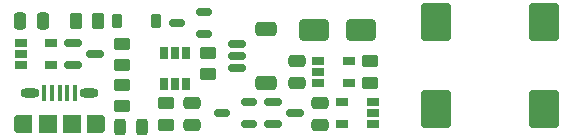
<source format=gbr>
%TF.GenerationSoftware,KiCad,Pcbnew,7.0.10*%
%TF.CreationDate,2024-04-16T16:18:53+10:00*%
%TF.ProjectId,cptibp1a-pcb,63707469-6270-4316-912d-7063622e6b69,rev?*%
%TF.SameCoordinates,Original*%
%TF.FileFunction,Soldermask,Top*%
%TF.FilePolarity,Negative*%
%FSLAX46Y46*%
G04 Gerber Fmt 4.6, Leading zero omitted, Abs format (unit mm)*
G04 Created by KiCad (PCBNEW 7.0.10) date 2024-04-16 16:18:53*
%MOMM*%
%LPD*%
G01*
G04 APERTURE LIST*
G04 Aperture macros list*
%AMRoundRect*
0 Rectangle with rounded corners*
0 $1 Rounding radius*
0 $2 $3 $4 $5 $6 $7 $8 $9 X,Y pos of 4 corners*
0 Add a 4 corners polygon primitive as box body*
4,1,4,$2,$3,$4,$5,$6,$7,$8,$9,$2,$3,0*
0 Add four circle primitives for the rounded corners*
1,1,$1+$1,$2,$3*
1,1,$1+$1,$4,$5*
1,1,$1+$1,$6,$7*
1,1,$1+$1,$8,$9*
0 Add four rect primitives between the rounded corners*
20,1,$1+$1,$2,$3,$4,$5,0*
20,1,$1+$1,$4,$5,$6,$7,0*
20,1,$1+$1,$6,$7,$8,$9,0*
20,1,$1+$1,$8,$9,$2,$3,0*%
G04 Aperture macros list end*
%ADD10RoundRect,0.250000X-0.450000X0.262500X-0.450000X-0.262500X0.450000X-0.262500X0.450000X0.262500X0*%
%ADD11RoundRect,0.050000X-0.500000X-0.250000X0.500000X-0.250000X0.500000X0.250000X-0.500000X0.250000X0*%
%ADD12RoundRect,0.050000X0.500000X0.250000X-0.500000X0.250000X-0.500000X-0.250000X0.500000X-0.250000X0*%
%ADD13RoundRect,0.150000X-0.587500X-0.150000X0.587500X-0.150000X0.587500X0.150000X-0.587500X0.150000X0*%
%ADD14RoundRect,0.250000X-1.000000X1.350000X-1.000000X-1.350000X1.000000X-1.350000X1.000000X1.350000X0*%
%ADD15RoundRect,0.243750X-0.243750X-0.456250X0.243750X-0.456250X0.243750X0.456250X-0.243750X0.456250X0*%
%ADD16RoundRect,0.250000X-0.475000X0.250000X-0.475000X-0.250000X0.475000X-0.250000X0.475000X0.250000X0*%
%ADD17RoundRect,0.250000X0.450000X-0.262500X0.450000X0.262500X-0.450000X0.262500X-0.450000X-0.262500X0*%
%ADD18RoundRect,0.250000X-0.250000X-0.475000X0.250000X-0.475000X0.250000X0.475000X-0.250000X0.475000X0*%
%ADD19RoundRect,0.050000X-0.250000X0.500000X-0.250000X-0.500000X0.250000X-0.500000X0.250000X0.500000X0*%
%ADD20RoundRect,0.225000X0.225000X0.375000X-0.225000X0.375000X-0.225000X-0.375000X0.225000X-0.375000X0*%
%ADD21R,0.400000X1.350000*%
%ADD22O,1.600000X0.800000*%
%ADD23O,0.750000X1.550000*%
%ADD24R,1.300000X1.550000*%
%ADD25R,1.500000X1.550000*%
%ADD26RoundRect,0.250000X0.475000X-0.250000X0.475000X0.250000X-0.475000X0.250000X-0.475000X-0.250000X0*%
%ADD27RoundRect,0.250000X-0.262500X-0.450000X0.262500X-0.450000X0.262500X0.450000X-0.262500X0.450000X0*%
%ADD28RoundRect,0.150000X-0.625000X0.150000X-0.625000X-0.150000X0.625000X-0.150000X0.625000X0.150000X0*%
%ADD29RoundRect,0.250000X-0.650000X0.350000X-0.650000X-0.350000X0.650000X-0.350000X0.650000X0.350000X0*%
%ADD30RoundRect,0.150000X0.512500X0.150000X-0.512500X0.150000X-0.512500X-0.150000X0.512500X-0.150000X0*%
%ADD31RoundRect,0.250000X1.000000X0.650000X-1.000000X0.650000X-1.000000X-0.650000X1.000000X-0.650000X0*%
G04 APERTURE END LIST*
D10*
%TO.C,R6*%
X5800000Y-34637500D03*
X5800000Y-36462500D03*
%TD*%
D11*
%TO.C,U1*%
X-23800000Y-33100000D03*
X-23800000Y-34050000D03*
X-23800000Y-35000000D03*
X-21200000Y-35000000D03*
X-21200000Y-33100000D03*
%TD*%
D12*
%TO.C,U6*%
X6000000Y-40000000D03*
X6000000Y-39050000D03*
X6000000Y-38100000D03*
X3400000Y-38100000D03*
X3400000Y-40000000D03*
%TD*%
D13*
%TO.C,Q2*%
X-2437500Y-38100000D03*
X-2437500Y-40000000D03*
X-562500Y-39050000D03*
%TD*%
D14*
%TO.C,C6*%
X11400000Y-31300000D03*
X11400000Y-38700000D03*
%TD*%
D15*
%TO.C,D2*%
X-15387500Y-40250000D03*
X-13512500Y-40250000D03*
%TD*%
D13*
%TO.C,Q1*%
X-19375000Y-33100000D03*
X-19375000Y-35000000D03*
X-17500000Y-34050000D03*
%TD*%
D16*
%TO.C,C4*%
X-450000Y-34600000D03*
X-450000Y-36500000D03*
%TD*%
D10*
%TO.C,R2*%
X-15200000Y-36637500D03*
X-15200000Y-38462500D03*
%TD*%
D17*
%TO.C,R4*%
X-11500000Y-40012500D03*
X-11500000Y-38187500D03*
%TD*%
%TO.C,R5*%
X-7950000Y-35762500D03*
X-7950000Y-33937500D03*
%TD*%
D18*
%TO.C,C1*%
X-23850000Y-31250000D03*
X-21950000Y-31250000D03*
%TD*%
D11*
%TO.C,U5*%
X1400000Y-34600000D03*
X1400000Y-35550000D03*
X1400000Y-36500000D03*
X4000000Y-36500000D03*
X4000000Y-34600000D03*
%TD*%
D19*
%TO.C,U3*%
X-9800000Y-33950000D03*
X-10750000Y-33950000D03*
X-11700000Y-33950000D03*
X-11700000Y-36550000D03*
X-10750000Y-36550000D03*
X-9800000Y-36550000D03*
%TD*%
D20*
%TO.C,D1*%
X-12350000Y-31200000D03*
X-15650000Y-31200000D03*
%TD*%
D21*
%TO.C,J1*%
X-21800000Y-37325000D03*
X-21150000Y-37325000D03*
X-20500000Y-37325000D03*
X-19850000Y-37325000D03*
X-19200000Y-37325000D03*
D22*
X-23000000Y-37300000D03*
X-18000000Y-37300000D03*
D23*
X-24025000Y-40000000D03*
D24*
X-23400000Y-40000000D03*
D25*
X-21500000Y-40000000D03*
X-19500000Y-40000000D03*
D24*
X-17600000Y-40000000D03*
D23*
X-16975000Y-40000000D03*
%TD*%
D14*
%TO.C,C7*%
X20500000Y-31300000D03*
X20500000Y-38700000D03*
%TD*%
D26*
%TO.C,C3*%
X1500000Y-40050000D03*
X1500000Y-38150000D03*
%TD*%
D27*
%TO.C,R1*%
X-19112500Y-31250000D03*
X-17287500Y-31250000D03*
%TD*%
D16*
%TO.C,C2*%
X-9300000Y-38150000D03*
X-9300000Y-40050000D03*
%TD*%
D28*
%TO.C,BT1*%
X-5525000Y-33200000D03*
X-5525000Y-34200000D03*
X-5525000Y-35200000D03*
D29*
X-3000000Y-31900000D03*
X-3000000Y-36500000D03*
%TD*%
D30*
%TO.C,U2*%
X-8262500Y-32350000D03*
X-8262500Y-30450000D03*
X-10537500Y-31400000D03*
%TD*%
D10*
%TO.C,R3*%
X-15200000Y-33175000D03*
X-15200000Y-35000000D03*
%TD*%
D30*
%TO.C,U4*%
X-4450000Y-40000000D03*
X-4450000Y-38100000D03*
X-6725000Y-39050000D03*
%TD*%
D31*
%TO.C,D3*%
X5000000Y-32000000D03*
X1000000Y-32000000D03*
%TD*%
M02*

</source>
